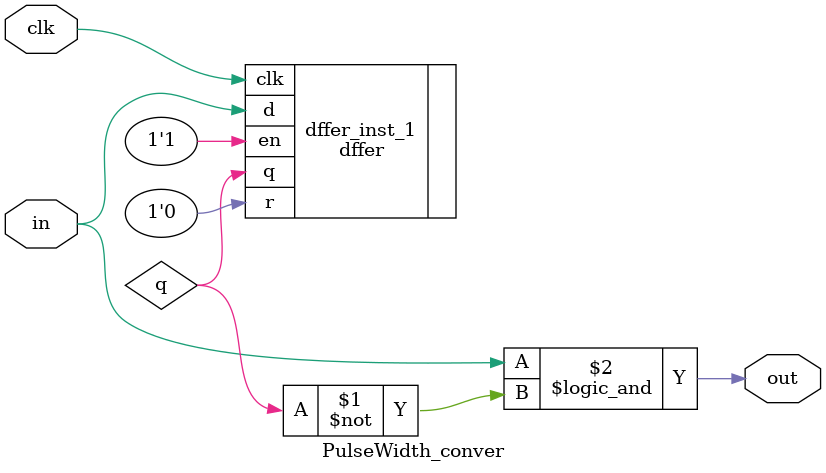
<source format=v>
module PulseWidth_conver (
    in,
    clk,
    out
);
    input in, clk;
    output out;

    wire q;

    //第一级D触发器
    dffer dffer_inst_1(.d(in), .clk(clk), .r(1'b0), .q(q), .en(1'b1));

    assign out = (in && ~q);
endmodule
</source>
